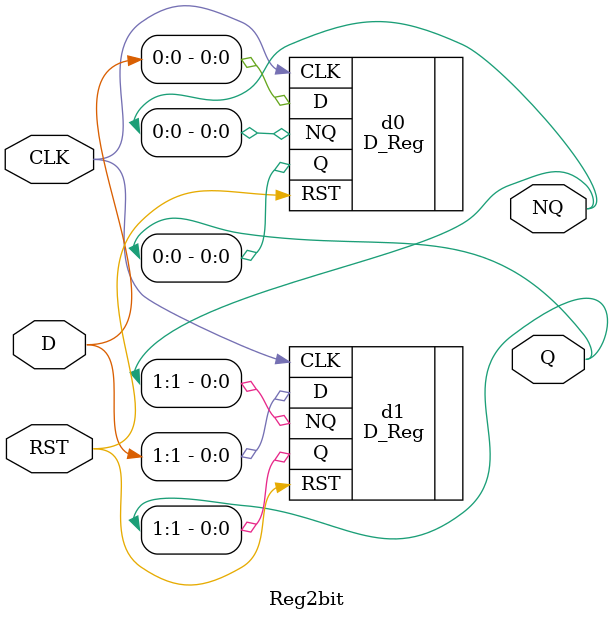
<source format=v>
`include "D_Reg.v"

module Reg2bit(
  input wire [1:0] D,
  input wire RST, CLK,
  output wire [1:0] Q, NQ
);
  D_Reg d0(
    .D (D[0]),
    .RST (RST),
    .CLK (CLK),
    .Q (Q[0]),
    .NQ (NQ[0])
  );
  D_Reg d1(
    .D (D[1]),
    .RST (RST),
    .CLK (CLK),
    .Q (Q[1]),
    .NQ (NQ[1])
  );
endmodule
</source>
